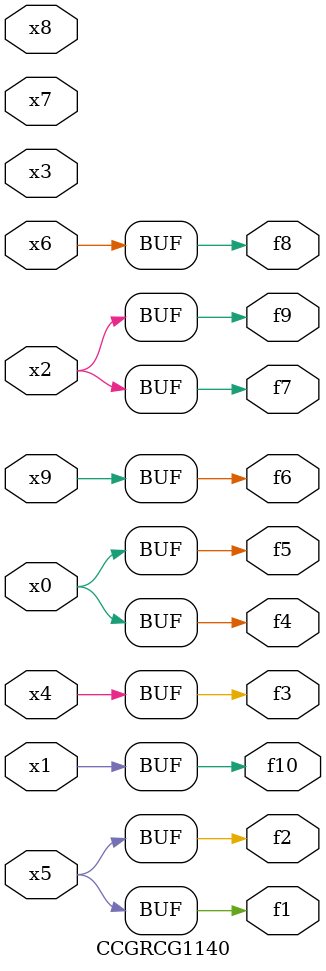
<source format=v>
module CCGRCG1140(
	input x0, x1, x2, x3, x4, x5, x6, x7, x8, x9,
	output f1, f2, f3, f4, f5, f6, f7, f8, f9, f10
);
	assign f1 = x5;
	assign f2 = x5;
	assign f3 = x4;
	assign f4 = x0;
	assign f5 = x0;
	assign f6 = x9;
	assign f7 = x2;
	assign f8 = x6;
	assign f9 = x2;
	assign f10 = x1;
endmodule

</source>
